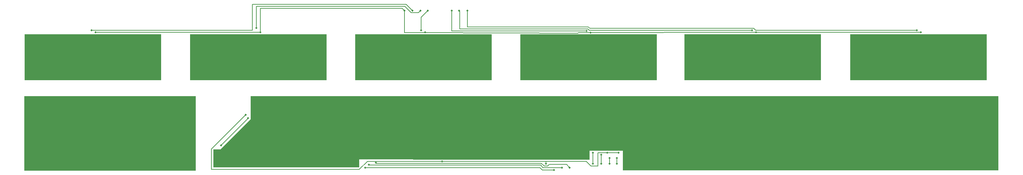
<source format=gbl>
G04*
G04 #@! TF.GenerationSoftware,Altium Limited,Altium Designer,18.1.7 (191)*
G04*
G04 Layer_Physical_Order=2*
G04 Layer_Color=16711680*
%FSLAX44Y44*%
%MOMM*%
G71*
G01*
G75*
%ADD29C,0.2000*%
%ADD100C,1.2700*%
%ADD101C,0.4800*%
%ADD102R,28.1000X4.6000*%
%ADD103R,10.8000X6.5500*%
%ADD104R,45.0000X5.8000*%
%ADD105R,5.9000X2.0500*%
%ADD106R,30.4000X16.2000*%
%ADD107R,95.6000X12.8500*%
%ADD108R,144.9000X14.0000*%
%ADD109R,27.7000X18.2000*%
%ADD110R,34.8000X11.7000*%
G36*
X594000Y150000D02*
Y340000D01*
X341500Y340000D01*
X158000Y340000D01*
Y150000D01*
X594000Y150000D01*
D02*
G37*
G36*
X649000Y196000D02*
X733000Y280000D01*
X766000D01*
Y196000D01*
X649000Y196000D01*
D02*
G37*
G36*
X1790000Y171000D02*
D01*
D02*
G37*
G36*
X1699000Y177001D02*
X2440000Y177000D01*
X2440000Y224500D01*
Y233500D01*
X1699000Y233500D01*
X1699000Y177001D01*
D02*
G37*
D29*
X721000Y292000D02*
Y292000D01*
X634000Y205000D02*
X721000Y292000D01*
X634000Y153000D02*
Y205000D01*
X658000Y214000D02*
X727000Y283000D01*
X657500Y213500D02*
X658000Y214000D01*
X657000D02*
X657500Y213500D01*
X727000Y283000D02*
Y284000D01*
X657000Y214000D02*
X658000D01*
X1010000Y153000D02*
X1031000Y174000D01*
X1010000Y153000D02*
Y153000D01*
X634000D02*
X1010000D01*
X1031000Y174000D02*
X1220000D01*
X1265000Y511000D02*
Y557000D01*
X1176997Y500981D02*
X1565718Y499727D01*
X1125000Y501148D02*
X1176997Y500981D01*
X1565718Y499727D02*
X1567000Y501000D01*
X1125000Y501148D02*
Y557000D01*
X1285000Y516000D02*
Y557000D01*
Y516000D02*
X1592000Y516000D01*
X1265000Y511000D02*
X1591000D01*
X1245000Y506000D02*
Y557000D01*
Y506000D02*
X1588000D01*
X1125000Y557000D02*
Y557500D01*
X1167000Y507000D02*
Y540000D01*
X1119000Y563000D02*
X1125000Y557000D01*
X758000Y563000D02*
X1119000D01*
X758000Y502000D02*
Y563000D01*
X329000Y507000D02*
X738000D01*
X1129000Y573000D02*
X1145000Y557000D01*
X738000Y573000D02*
X1129000D01*
X738000Y507000D02*
Y573000D01*
X1130500Y571500D02*
X1145000Y557000D01*
X748000Y513000D02*
Y568000D01*
X339000Y502000D02*
X758000D01*
X1184000Y557000D02*
X1184000Y557000D01*
X1167000Y540000D02*
X1184000Y557000D01*
X1126000Y568000D02*
X1126000D01*
X748000D02*
X1126000D01*
X1599000Y162000D02*
X1617000D01*
X1587000Y174000D02*
X1599000Y162000D01*
X1485000Y174000D02*
X1587000D01*
X1604000Y168000D02*
Y196000D01*
X1475000Y152000D02*
X1505000D01*
X1469000Y158000D02*
X1475000Y152000D01*
X1025000Y158000D02*
X1469000D01*
X1537000Y166000D02*
X1545000Y158000D01*
X1493000Y166000D02*
X1537000D01*
X1489000Y162000D02*
X1493000Y166000D01*
X1477000Y158000D02*
X1525000D01*
X1471000Y164000D02*
X1477000Y158000D01*
X1035000Y164000D02*
X1471000D01*
X1034000Y165000D02*
X1035000Y164000D01*
X1473000Y169000D02*
X1480000Y162000D01*
X1053000Y169000D02*
X1473000D01*
X1480000Y162000D02*
X1489000D01*
X1485000Y168000D02*
Y174000D01*
X1617000Y162000D02*
Y196000D01*
X1665000Y168000D02*
Y182000D01*
X1646000Y168000D02*
Y182000D01*
X1625000Y168000D02*
Y191000D01*
X1617000Y196000D02*
X1640000D01*
X1669000D01*
X1052000Y170000D02*
X1053000Y169000D01*
X1051000Y171000D02*
X1052000Y170000D01*
X1220000Y174000D02*
X1485000D01*
X1165000Y557000D02*
X1165000D01*
X1160000Y552000D02*
X1165000Y557000D01*
X1142000Y552000D02*
X1160000D01*
X1184000Y557000D02*
X1184000D01*
X1595000Y507000D02*
X2009000Y507000D01*
X1591000Y511000D02*
X1595000Y507000D01*
X2013000Y512000D02*
X2018000Y507000D01*
X1596000Y512000D02*
X2013000D01*
X1592000Y516000D02*
X1596000Y512000D01*
X2018000Y507000D02*
X2428000D01*
X2438000Y502000D02*
Y502000D01*
X2019000Y502000D02*
X2438000Y502000D01*
X1968000Y502000D02*
X2019000D01*
X1598000Y501000D02*
X1599000D01*
X1598000D02*
X1968000Y502000D01*
X1567000Y501000D02*
X1598000D01*
X1126000Y568000D02*
X1142000Y552000D01*
X1145000Y556000D02*
Y557000D01*
X1284500Y556500D02*
X1285000Y557000D01*
X1184000D02*
X1185000D01*
D100*
X1840000Y181000D02*
D03*
X1880000D02*
D03*
X1900000D02*
D03*
X1840000Y161000D02*
D03*
X1860000Y181000D02*
D03*
Y161000D02*
D03*
X1880000D02*
D03*
X1900000D02*
D03*
X1920000D02*
D03*
Y181000D02*
D03*
X1940000D02*
D03*
Y161000D02*
D03*
X1960000D02*
D03*
Y181000D02*
D03*
X1980000D02*
D03*
X2000000D02*
D03*
X2040000D02*
D03*
X2060000D02*
D03*
X1980000Y161000D02*
D03*
X2000000D02*
D03*
X2020000Y181000D02*
D03*
Y161000D02*
D03*
X2040000D02*
D03*
X2060000D02*
D03*
X2080000D02*
D03*
Y181000D02*
D03*
X2100000D02*
D03*
Y161000D02*
D03*
X2120000D02*
D03*
Y181000D02*
D03*
X2140000D02*
D03*
X2160000D02*
D03*
X2200000D02*
D03*
X2220000D02*
D03*
X2140000Y161000D02*
D03*
X2160000D02*
D03*
X2180000Y181000D02*
D03*
Y161000D02*
D03*
X2200000D02*
D03*
X2220000D02*
D03*
X2240000D02*
D03*
Y181000D02*
D03*
X2260000D02*
D03*
Y161000D02*
D03*
X2280000D02*
D03*
Y181000D02*
D03*
X2300000D02*
D03*
X2320000D02*
D03*
X2360000D02*
D03*
X2380000D02*
D03*
X2300000Y161000D02*
D03*
X2320000D02*
D03*
X2340000Y181000D02*
D03*
Y161000D02*
D03*
X2360000D02*
D03*
X2380000D02*
D03*
X2400000D02*
D03*
Y181000D02*
D03*
X2420000D02*
D03*
Y161000D02*
D03*
X2440000D02*
D03*
Y181000D02*
D03*
X2600000Y200000D02*
D03*
Y180000D02*
D03*
Y160000D02*
D03*
X2580000D02*
D03*
Y180000D02*
D03*
Y200000D02*
D03*
X2560000D02*
D03*
Y180000D02*
D03*
Y160000D02*
D03*
X2540000D02*
D03*
Y200000D02*
D03*
X2520000D02*
D03*
Y160000D02*
D03*
X2500000D02*
D03*
Y180000D02*
D03*
Y200000D02*
D03*
X2480000D02*
D03*
Y160000D02*
D03*
X2460000D02*
D03*
Y200000D02*
D03*
X2600000Y220000D02*
D03*
Y200000D02*
D03*
X2580000D02*
D03*
Y220000D02*
D03*
X2560000D02*
D03*
Y200000D02*
D03*
X2540000Y180000D02*
D03*
Y200000D02*
D03*
Y220000D02*
D03*
X2520000D02*
D03*
Y200000D02*
D03*
Y180000D02*
D03*
X2500000Y200000D02*
D03*
Y220000D02*
D03*
X2480000D02*
D03*
Y200000D02*
D03*
Y180000D02*
D03*
X2460000D02*
D03*
Y200000D02*
D03*
Y220000D02*
D03*
X180000Y200000D02*
D03*
Y180000D02*
D03*
Y160000D02*
D03*
X200000D02*
D03*
Y180000D02*
D03*
Y200000D02*
D03*
X220000D02*
D03*
Y180000D02*
D03*
Y160000D02*
D03*
X240000D02*
D03*
Y180000D02*
D03*
Y200000D02*
D03*
X260000D02*
D03*
Y180000D02*
D03*
Y160000D02*
D03*
X280000D02*
D03*
Y180000D02*
D03*
Y200000D02*
D03*
X300000D02*
D03*
Y180000D02*
D03*
Y160000D02*
D03*
X320000D02*
D03*
Y180000D02*
D03*
Y200000D02*
D03*
X340000D02*
D03*
Y180000D02*
D03*
Y160000D02*
D03*
X360000D02*
D03*
Y180000D02*
D03*
Y200000D02*
D03*
X380000D02*
D03*
Y180000D02*
D03*
Y160000D02*
D03*
X400000D02*
D03*
Y180000D02*
D03*
Y200000D02*
D03*
X420000D02*
D03*
Y180000D02*
D03*
Y160000D02*
D03*
X440000D02*
D03*
Y180000D02*
D03*
Y200000D02*
D03*
X460000D02*
D03*
Y180000D02*
D03*
Y160000D02*
D03*
X480000D02*
D03*
Y180000D02*
D03*
Y200000D02*
D03*
X500000D02*
D03*
Y180000D02*
D03*
Y160000D02*
D03*
X520000D02*
D03*
Y180000D02*
D03*
Y200000D02*
D03*
X540000D02*
D03*
Y180000D02*
D03*
Y160000D02*
D03*
X560000D02*
D03*
Y180000D02*
D03*
Y200000D02*
D03*
X580000D02*
D03*
Y180000D02*
D03*
Y160000D02*
D03*
X997000Y168000D02*
D03*
Y183000D02*
D03*
X983000Y191000D02*
D03*
Y175000D02*
D03*
X969000Y168000D02*
D03*
Y183000D02*
D03*
X955000Y191000D02*
D03*
Y175000D02*
D03*
X941000Y167000D02*
D03*
Y182000D02*
D03*
X927000Y190000D02*
D03*
Y174000D02*
D03*
X899000D02*
D03*
Y190000D02*
D03*
X913000Y182000D02*
D03*
Y167000D02*
D03*
X801000D02*
D03*
Y182000D02*
D03*
X787000Y190000D02*
D03*
Y174000D02*
D03*
X829000Y167000D02*
D03*
Y182000D02*
D03*
X815000Y190000D02*
D03*
Y174000D02*
D03*
X857000Y167000D02*
D03*
Y182000D02*
D03*
X843000Y190000D02*
D03*
Y174000D02*
D03*
X885000Y167000D02*
D03*
Y182000D02*
D03*
X871000Y190000D02*
D03*
Y174000D02*
D03*
X731000D02*
D03*
Y190000D02*
D03*
X745000Y182000D02*
D03*
Y167000D02*
D03*
X703000Y174000D02*
D03*
Y190000D02*
D03*
X717000Y182000D02*
D03*
Y167000D02*
D03*
X675000Y174000D02*
D03*
Y190000D02*
D03*
X689000Y182000D02*
D03*
Y167000D02*
D03*
X647000Y174000D02*
D03*
Y190000D02*
D03*
X661000Y182000D02*
D03*
Y167000D02*
D03*
X773000D02*
D03*
Y182000D02*
D03*
X759000Y190000D02*
D03*
Y174000D02*
D03*
X2327000Y399000D02*
D03*
X2279000Y477000D02*
D03*
X2327000D02*
D03*
X2375000Y399000D02*
D03*
Y477000D02*
D03*
X2279000Y400000D02*
D03*
X2394000Y477000D02*
D03*
Y461000D02*
D03*
Y446000D02*
D03*
Y430000D02*
D03*
Y415000D02*
D03*
Y399000D02*
D03*
X2470000Y478000D02*
D03*
Y462000D02*
D03*
Y447000D02*
D03*
Y431000D02*
D03*
Y416000D02*
D03*
Y400000D02*
D03*
X2585000Y477000D02*
D03*
X2489000Y400000D02*
D03*
Y478000D02*
D03*
X2537000Y400000D02*
D03*
X2585000D02*
D03*
X2537000Y478000D02*
D03*
X1907000Y399000D02*
D03*
X1859000Y477000D02*
D03*
X1907000D02*
D03*
X1955000Y399000D02*
D03*
Y477000D02*
D03*
X1859000Y400000D02*
D03*
X1974000Y477000D02*
D03*
Y461000D02*
D03*
Y446000D02*
D03*
Y430000D02*
D03*
Y415000D02*
D03*
Y399000D02*
D03*
X2050000Y478000D02*
D03*
Y462000D02*
D03*
Y447000D02*
D03*
Y431000D02*
D03*
Y416000D02*
D03*
Y400000D02*
D03*
X2165000Y477000D02*
D03*
X2069000Y400000D02*
D03*
Y478000D02*
D03*
X2117000Y400000D02*
D03*
X2165000D02*
D03*
X2117000Y478000D02*
D03*
X1649000Y400000D02*
D03*
X1487000Y399000D02*
D03*
X1439000Y477000D02*
D03*
X1487000D02*
D03*
X1535000Y399000D02*
D03*
Y477000D02*
D03*
X1439000Y400000D02*
D03*
X1554000Y477000D02*
D03*
Y461000D02*
D03*
Y446000D02*
D03*
Y430000D02*
D03*
Y415000D02*
D03*
Y399000D02*
D03*
X1630000Y478000D02*
D03*
Y462000D02*
D03*
Y447000D02*
D03*
Y431000D02*
D03*
Y416000D02*
D03*
Y400000D02*
D03*
X1745000Y477000D02*
D03*
X1649000Y478000D02*
D03*
X1697000Y400000D02*
D03*
X1745000D02*
D03*
X1697000Y478000D02*
D03*
X1067000Y399000D02*
D03*
X1019000Y477000D02*
D03*
X1067000D02*
D03*
X1115000Y399000D02*
D03*
Y477000D02*
D03*
X1019000Y400000D02*
D03*
X1134000Y477000D02*
D03*
Y461000D02*
D03*
Y446000D02*
D03*
Y430000D02*
D03*
Y415000D02*
D03*
Y399000D02*
D03*
X1210000Y478000D02*
D03*
Y462000D02*
D03*
Y447000D02*
D03*
Y431000D02*
D03*
Y416000D02*
D03*
Y400000D02*
D03*
X1325000Y477000D02*
D03*
X1229000Y400000D02*
D03*
Y478000D02*
D03*
X1277000Y400000D02*
D03*
X1325000D02*
D03*
X1277000Y478000D02*
D03*
X647000Y399000D02*
D03*
X599000Y477000D02*
D03*
X647000D02*
D03*
X695000Y399000D02*
D03*
Y477000D02*
D03*
X599000Y400000D02*
D03*
X714000Y477000D02*
D03*
Y461000D02*
D03*
Y446000D02*
D03*
Y430000D02*
D03*
Y415000D02*
D03*
Y399000D02*
D03*
X790000Y478000D02*
D03*
Y462000D02*
D03*
Y447000D02*
D03*
Y431000D02*
D03*
Y416000D02*
D03*
Y400000D02*
D03*
X905000Y477000D02*
D03*
X809000Y400000D02*
D03*
Y478000D02*
D03*
X857000Y400000D02*
D03*
X905000D02*
D03*
X857000Y478000D02*
D03*
X437000D02*
D03*
X485000Y400000D02*
D03*
X437000D02*
D03*
X389000Y478000D02*
D03*
Y400000D02*
D03*
X485000Y477000D02*
D03*
X370000Y400000D02*
D03*
Y416000D02*
D03*
Y431000D02*
D03*
Y447000D02*
D03*
Y462000D02*
D03*
Y478000D02*
D03*
X294000Y399000D02*
D03*
Y415000D02*
D03*
Y430000D02*
D03*
Y446000D02*
D03*
Y461000D02*
D03*
Y477000D02*
D03*
X179000Y400000D02*
D03*
X275000Y477000D02*
D03*
Y399000D02*
D03*
X227000Y477000D02*
D03*
X179000D02*
D03*
X227000Y399000D02*
D03*
D101*
X658000Y214000D02*
D03*
X1177000Y502000D02*
D03*
X1167000Y507000D02*
D03*
X748000Y513000D02*
D03*
X329000Y507000D02*
D03*
X339000Y502000D02*
D03*
X758000D02*
D03*
X1125000Y557000D02*
D03*
X1604000Y196000D02*
D03*
X727000Y284000D02*
D03*
X721000Y292000D02*
D03*
X1545000Y158000D02*
D03*
X1525000D02*
D03*
X1034000Y165000D02*
D03*
X1505000Y152000D02*
D03*
X1485000Y168000D02*
D03*
X1604000D02*
D03*
X1665000D02*
D03*
X1646000D02*
D03*
X1625000D02*
D03*
Y191000D02*
D03*
X1640000Y196000D02*
D03*
X1669000D02*
D03*
X1665000Y182000D02*
D03*
X1646000D02*
D03*
X1052000Y170000D02*
D03*
X1220000Y174000D02*
D03*
X1025000Y158000D02*
D03*
X2009000Y507000D02*
D03*
X2428000D02*
D03*
X2438000Y502000D02*
D03*
X1588000Y506000D02*
D03*
X2019000Y502000D02*
D03*
X1598000Y501000D02*
D03*
X1285000Y557000D02*
D03*
X1264000D02*
D03*
X1245000D02*
D03*
X1184000D02*
D03*
X1165000Y557500D02*
D03*
X1145000Y557000D02*
D03*
D102*
X779500Y181000D02*
D03*
D103*
X1134000Y210750D02*
D03*
D104*
X1371000Y207000D02*
D03*
D105*
X1119500Y329750D02*
D03*
D106*
X1042000Y259000D02*
D03*
D107*
X2158000Y215250D02*
D03*
D108*
X1911500Y270000D02*
D03*
D109*
X871500Y249000D02*
D03*
D110*
X2432000Y438500D02*
D03*
X2010000D02*
D03*
X1593000D02*
D03*
X1173000D02*
D03*
X753000D02*
D03*
X332000D02*
D03*
M02*

</source>
